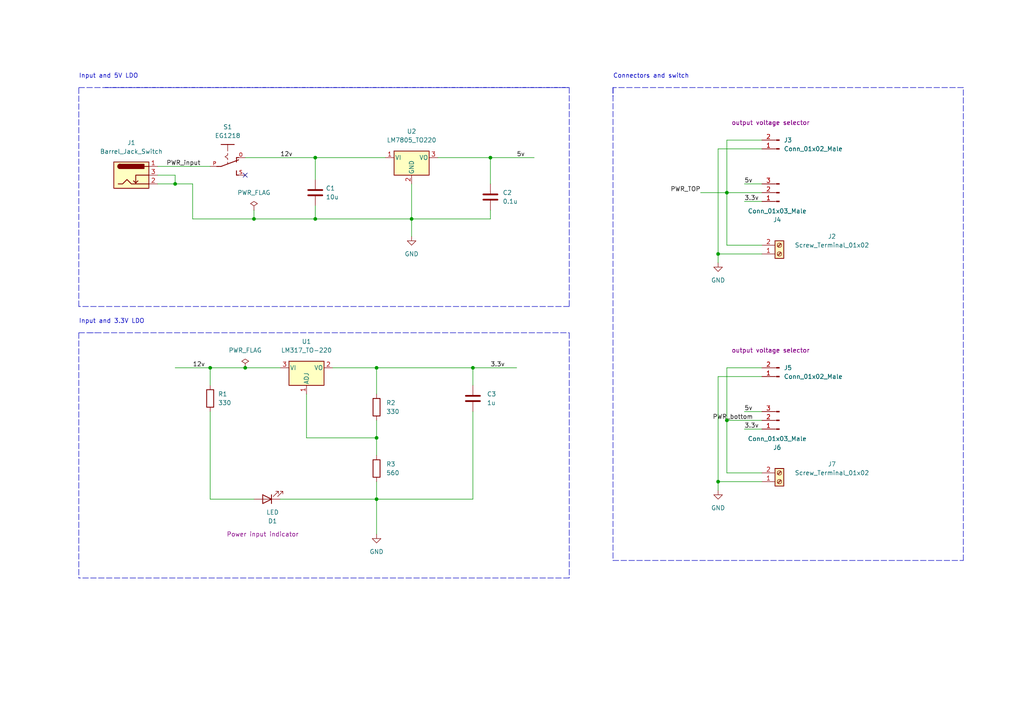
<source format=kicad_sch>
(kicad_sch (version 20211123) (generator eeschema)
  (paper "A4")
  (title_block (title "BreadBorad power supply ") (date "2022-05-31") (rev "1") (company "Amrith") (comment 1 "Learing KiCAD pro UDEMY course project"))
  (lib_symbols
    (symbol "Connector:Barrel_Jack_Switch" (pin_names hide)
      (property "Reference" "J" (at 0 5.334 0))
      (property "Value" "Barrel_Jack_Switch" (at 0 -5.08 0))
      (symbol "Barrel_Jack_Switch_0_1"
        (rectangle (start -5.08 3.81) (end 5.08 -3.81) (stroke (width 0.254)) (fill (type background)))
        (arc (start -3.302 3.175) (mid -3.937 2.54) (end -3.302 1.905) (stroke (width 0.254)))
        (arc (start -3.302 3.175) (mid -3.937 2.54) (end -3.302 1.905) (stroke (width 0.254)) (fill (type outline)))
        (polyline (pts (xy 1.27 -2.286) (xy 1.905 -1.651)) (stroke (width 0.254)))
        (polyline (pts (xy 5.08 2.54) (xy 3.81 2.54)) (stroke (width 0.254)))
        (polyline (pts (xy 5.08 0) (xy 1.27 0) (xy 1.27 -2.286) (xy 0.635 -1.651)) (stroke (width 0.254)))
        (polyline (pts (xy -3.81 -2.54) (xy -2.54 -2.54) (xy -1.27 -1.27) (xy 0 -2.54) (xy 2.54 -2.54) (xy 5.08 -2.54)) (stroke (width 0.254)))
        (rectangle (start 3.683 3.175) (end -3.302 1.905) (stroke (width 0.254)) (fill (type outline)))
      )
      (symbol "Barrel_Jack_Switch_1_1"
        (pin passive line (at 7.62 2.54 180) (length 2.54) (name "~") (number "1"))
        (pin passive line (at 7.62 -2.54 180) (length 2.54) (name "~") (number "2"))
        (pin passive line (at 7.62 0 180) (length 2.54) (name "~") (number "3"))
      )
    )
    (symbol "Connector:Conn_01x02_Male" (pin_names (offset 1.016) hide)
      (property "Reference" "J" (at 0 2.54 0))
      (property "Value" "Conn_01x02_Male" (at 0 -5.08 0))
      (symbol "Conn_01x02_Male_1_1"
        (polyline (pts (xy 1.27 -2.54) (xy 0.8636 -2.54)) (stroke (width 0.1524)))
        (polyline (pts (xy 1.27 0) (xy 0.8636 0)) (stroke (width 0.1524)))
        (rectangle (start 0.8636 -2.413) (end 0 -2.667) (stroke (width 0.1524)) (fill (type outline)))
        (rectangle (start 0.8636 0.127) (end 0 -0.127) (stroke (width 0.1524)) (fill (type outline)))
        (pin passive line (at 5.08 0 180) (length 3.81) (name "Pin_1") (number "1"))
        (pin passive line (at 5.08 -2.54 180) (length 3.81) (name "Pin_2") (number "2"))
      )
    )
    (symbol "Connector:Conn_01x03_Male" (pin_names (offset 1.016) hide)
      (property "Reference" "J" (at 0 5.08 0))
      (property "Value" "Conn_01x03_Male" (at 0 -5.08 0))
      (symbol "Conn_01x03_Male_1_1"
        (polyline (pts (xy 1.27 -2.54) (xy 0.8636 -2.54)) (stroke (width 0.1524)))
        (polyline (pts (xy 1.27 0) (xy 0.8636 0)) (stroke (width 0.1524)))
        (polyline (pts (xy 1.27 2.54) (xy 0.8636 2.54)) (stroke (width 0.1524)))
        (rectangle (start 0.8636 -2.413) (end 0 -2.667) (stroke (width 0.1524)) (fill (type outline)))
        (rectangle (start 0.8636 0.127) (end 0 -0.127) (stroke (width 0.1524)) (fill (type outline)))
        (rectangle (start 0.8636 2.667) (end 0 2.413) (stroke (width 0.1524)) (fill (type outline)))
        (pin passive line (at 5.08 2.54 180) (length 3.81) (name "Pin_1") (number "1"))
        (pin passive line (at 5.08 0 180) (length 3.81) (name "Pin_2") (number "2"))
        (pin passive line (at 5.08 -2.54 180) (length 3.81) (name "Pin_3") (number "3"))
      )
    )
    (symbol "Connector:Screw_Terminal_01x02" (pin_names (offset 1.016) hide)
      (property "Reference" "J" (at 0 2.54 0))
      (property "Value" "Screw_Terminal_01x02" (at 0 -5.08 0))
      (symbol "Screw_Terminal_01x02_1_1"
        (rectangle (start -1.27 1.27) (end 1.27 -3.81) (stroke (width 0.254)) (fill (type background)))
        (circle (center 0 -2.54) (radius 0.635) (stroke (width 0.1524)))
        (polyline (pts (xy -0.5334 -2.2098) (xy 0.3302 -3.048)) (stroke (width 0.1524)))
        (polyline (pts (xy -0.5334 0.3302) (xy 0.3302 -0.508)) (stroke (width 0.1524)))
        (polyline (pts (xy -0.3556 -2.032) (xy 0.508 -2.8702)) (stroke (width 0.1524)))
        (polyline (pts (xy -0.3556 0.508) (xy 0.508 -0.3302)) (stroke (width 0.1524)))
        (circle (center 0 0) (radius 0.635) (stroke (width 0.1524)))
        (pin passive line (at -5.08 0 0) (length 3.81) (name "Pin_1") (number "1"))
        (pin passive line (at -5.08 -2.54 0) (length 3.81) (name "Pin_2") (number "2"))
      )
    )
    (symbol "Device:C" (pin_numbers hide) (pin_names (offset 0.254))
      (property "Reference" "C" (at 0.635 2.54 0))
      (property "Value" "C" (at 0.635 -2.54 0))
      (symbol "C_0_1"
        (polyline (pts (xy -2.032 -0.762) (xy 2.032 -0.762)) (stroke (width 0.508)))
        (polyline (pts (xy -2.032 0.762) (xy 2.032 0.762)) (stroke (width 0.508)))
      )
      (symbol "C_1_1"
        (pin passive line (at 0 3.81 270) (length 2.794) (name "~") (number "1"))
        (pin passive line (at 0 -3.81 90) (length 2.794) (name "~") (number "2"))
      )
    )
    (symbol "Device:LED" (pin_numbers hide) (pin_names (offset 1.016) hide)
      (property "Reference" "D" (at 0 2.54 0))
      (property "Value" "LED" (at 0 -2.54 0))
      (symbol "LED_0_1"
        (polyline (pts (xy -1.27 -1.27) (xy -1.27 1.27)) (stroke (width 0.254)))
        (polyline (pts (xy -1.27 0) (xy 1.27 0)))
        (polyline (pts (xy 1.27 -1.27) (xy 1.27 1.27) (xy -1.27 0) (xy 1.27 -1.27)) (stroke (width 0.254)))
        (polyline (pts (xy -3.048 -0.762) (xy -4.572 -2.286) (xy -3.81 -2.286) (xy -4.572 -2.286) (xy -4.572 -1.524)))
        (polyline (pts (xy -1.778 -0.762) (xy -3.302 -2.286) (xy -2.54 -2.286) (xy -3.302 -2.286) (xy -3.302 -1.524)))
      )
      (symbol "LED_1_1"
        (pin passive line (at -3.81 0 0) (length 2.54) (name "K") (number "1"))
        (pin passive line (at 3.81 0 180) (length 2.54) (name "A") (number "2"))
      )
    )
    (symbol "Device:R" (pin_numbers hide) (pin_names (offset 0))
      (property "Reference" "R" (at 2.032 0 90))
      (property "Value" "R" (at 0 0 90))
      (symbol "R_0_1"
        (rectangle (start -1.016 -2.54) (end 1.016 2.54) (stroke (width 0.254)))
      )
      (symbol "R_1_1"
        (pin passive line (at 0 3.81 270) (length 1.27) (name "~") (number "1"))
        (pin passive line (at 0 -3.81 90) (length 1.27) (name "~") (number "2"))
      )
    )
    (symbol "EG1218:EG1218" (pin_names (offset 1.016) hide)
      (property "Reference" "S" (at -6.35 -1.905 90))
      (property "Value" "EG1218" (at -3.81 3.175 90))
      (symbol "EG1218_0_0"
        (polyline (pts (xy -3.81 0) (xy -3.81 -1.905)) (stroke (width 0.254)))
        (polyline (pts (xy -3.81 0) (xy -1.905 0)) (stroke (width 0.1524)))
        (polyline (pts (xy -3.81 1.905) (xy -3.81 0)) (stroke (width 0.254)))
        (polyline (pts (xy -1.27 0) (xy -0.762 0)) (stroke (width 0.1524)))
        (polyline (pts (xy -0.762 0) (xy -0.254 -0.762)) (stroke (width 0.1524)))
        (polyline (pts (xy -0.254 -0.762) (xy 0.254 0)) (stroke (width 0.1524)))
        (polyline (pts (xy 0 2.54) (xy 0 3.175)) (stroke (width 0.254)))
        (polyline (pts (xy 0 2.54) (xy 1.27 2.54)) (stroke (width 0.254)))
        (polyline (pts (xy 0.254 0) (xy 0.635 0)) (stroke (width 0.1524)))
        (polyline (pts (xy 1.27 0) (xy 1.905 0)) (stroke (width 0.1524)))
        (polyline (pts (xy 2.54 -3.175) (xy 2.54 -1.905)) (stroke (width 0.254)))
        (polyline (pts (xy 2.54 -1.905) (xy 0.635 3.175)) (stroke (width 0.254)))
        (polyline (pts (xy 3.81 2.54) (xy 5.08 2.54)) (stroke (width 0.254)))
        (polyline (pts (xy 5.08 2.54) (xy 5.08 3.175)) (stroke (width 0.254)))
        (pin passive line (at 0 5.08 270) (length 2.54) (name "~") (number "O"))
        (pin passive line (at 2.54 -5.08 90) (length 2.54) (name "~") (number "P"))
        (pin passive line (at 5.08 5.08 270) (length 2.54) (name "~") (number "S"))
      )
    )
    (symbol "Regulator_Linear:LM317_TO-220" (pin_names (offset 0.254))
      (property "Reference" "U" (at -3.81 3.175 0))
      (property "Value" "LM317_TO-220" (at 0 3.175 0))
      (symbol "LM317_TO-220_0_1"
        (rectangle (start -5.08 1.905) (end 5.08 -5.08) (stroke (width 0.254)) (fill (type background)))
      )
      (symbol "LM317_TO-220_1_1"
        (pin input line (at 0 -7.62 90) (length 2.54) (name "ADJ") (number "1"))
        (pin power_out line (at 7.62 0 180) (length 2.54) (name "VO") (number "2"))
        (pin power_in line (at -7.62 0 0) (length 2.54) (name "VI") (number "3"))
      )
    )
    (symbol "Regulator_Linear:LM7805_TO220" (pin_names (offset 0.254))
      (property "Reference" "U" (at -3.81 3.175 0))
      (property "Value" "LM7805_TO220" (at 0 3.175 0))
      (symbol "LM7805_TO220_0_1"
        (rectangle (start -5.08 1.905) (end 5.08 -5.08) (stroke (width 0.254)) (fill (type background)))
      )
      (symbol "LM7805_TO220_1_1"
        (pin power_in line (at -7.62 0 0) (length 2.54) (name "VI") (number "1"))
        (pin power_in line (at 0 -7.62 90) (length 2.54) (name "GND") (number "2"))
        (pin power_out line (at 7.62 0 180) (length 2.54) (name "VO") (number "3"))
      )
    )
    (symbol "power:GND" (power) (pin_names (offset 0))
      (property "Value" "GND" (at 0 -3.81 0))
      (symbol "GND_0_1"
        (polyline (pts (xy 0 0) (xy 0 -1.27) (xy 1.27 -1.27) (xy 0 -2.54) (xy -1.27 -1.27) (xy 0 -1.27)))
      )
      (symbol "GND_1_1"
        (pin power_in line (at 0 0 270) (length 0) hide (name "GND") (number "1"))
      )
    )
    (symbol "power:PWR_FLAG" (power) (pin_numbers hide) (pin_names (offset 0) hide)
      (property "Value" "PWR_FLAG" (at 0 3.81 0))
      (symbol "PWR_FLAG_0_0"
        (pin power_out line (at 0 0 90) (length 0) (name "pwr") (number "1"))
      )
      (symbol "PWR_FLAG_0_1"
        (polyline (pts (xy 0 0) (xy 0 1.27) (xy -1.016 1.905) (xy 0 2.54) (xy 1.016 1.905) (xy 0 1.27)))
      )
    )
  )
  (junction (at 142.24 45.72))
  (junction (at 137.16 106.68))
  (junction (at 208.28 139.7))
  (junction (at 60.96 106.68))
  (junction (at 119.38 63.5))
  (junction (at 73.66 63.5))
  (junction (at 71.12 106.68))
  (junction (at 109.22 127))
  (junction (at 109.22 144.78))
  (junction (at 208.28 73.66))
  (junction (at 109.22 106.68))
  (junction (at 50.8 53.34))
  (junction (at 210.82 55.88))
  (junction (at 91.44 45.72))
  (junction (at 91.44 63.5))
  (junction (at 210.82 121.92))
  (no_connect (at 71.12 50.8))
  (wire (pts (xy 73.66 63.5) (xy 91.44 63.5)))
  (wire (pts (xy 203.2 55.88) (xy 210.82 55.88)))
  (wire (pts (xy 81.28 144.78) (xy 109.22 144.78)))
  (wire (pts (xy 50.8 50.8) (xy 50.8 53.34)))
  (wire (pts (xy 220.98 40.64) (xy 210.82 40.64)))
  (polyline (pts (xy 165.1 96.52) (xy 165.1 167.64)))
  (wire (pts (xy 109.22 144.78) (xy 137.16 144.78)))
  (wire (pts (xy 71.12 106.68) (xy 81.28 106.68)))
  (wire (pts (xy 142.24 45.72) (xy 142.24 53.34)))
  (wire (pts (xy 73.66 60.96) (xy 73.66 63.5)))
  (wire (pts (xy 45.72 53.34) (xy 50.8 53.34)))
  (wire (pts (xy 210.82 121.92) (xy 210.82 137.16)))
  (wire (pts (xy 215.9 58.42) (xy 220.98 58.42)))
  (polyline (pts (xy 22.86 96.52) (xy 27.94 96.52)))
  (wire (pts (xy 50.8 53.34) (xy 55.88 53.34)))
  (polyline (pts (xy 22.86 88.9) (xy 22.86 25.4)))
  (wire (pts (xy 215.9 124.46) (xy 220.98 124.46)))
  (polyline (pts (xy 165.1 25.4) (xy 165.1 88.9)))
  (wire (pts (xy 55.88 53.34) (xy 55.88 63.5)))
  (wire (pts (xy 109.22 144.78) (xy 109.22 154.94)))
  (wire (pts (xy 220.98 106.68) (xy 210.82 106.68)))
  (wire (pts (xy 215.9 53.34) (xy 220.98 53.34)))
  (wire (pts (xy 220.98 139.7) (xy 208.28 139.7)))
  (wire (pts (xy 109.22 121.92) (xy 109.22 127)))
  (wire (pts (xy 60.96 106.68) (xy 71.12 106.68)))
  (wire (pts (xy 142.24 45.72) (xy 154.94 45.72)))
  (polyline (pts (xy 279.4 162.56) (xy 279.4 25.4)))
  (wire (pts (xy 50.8 106.68) (xy 60.96 106.68)))
  (polyline (pts (xy 165.1 88.9) (xy 22.86 88.9)))
  (wire (pts (xy 208.28 73.66) (xy 208.28 76.2)))
  (wire (pts (xy 45.72 48.26) (xy 60.96 48.26)))
  (wire (pts (xy 119.38 63.5) (xy 119.38 68.58)))
  (wire (pts (xy 91.44 45.72) (xy 91.44 52.07)))
  (polyline (pts (xy 30.48 25.4) (xy 165.1 25.4)))
  (wire (pts (xy 215.9 119.38) (xy 220.98 119.38)))
  (wire (pts (xy 91.44 45.72) (xy 111.76 45.72)))
  (wire (pts (xy 220.98 43.18) (xy 208.28 43.18)))
  (wire (pts (xy 119.38 53.34) (xy 119.38 63.5)))
  (polyline (pts (xy 177.8 162.56) (xy 279.4 162.56)))
  (wire (pts (xy 210.82 40.64) (xy 210.82 55.88)))
  (wire (pts (xy 210.82 137.16) (xy 220.98 137.16)))
  (wire (pts (xy 60.96 106.68) (xy 60.96 111.76)))
  (wire (pts (xy 142.24 63.5) (xy 119.38 63.5)))
  (wire (pts (xy 55.88 63.5) (xy 73.66 63.5)))
  (wire (pts (xy 96.52 106.68) (xy 109.22 106.68)))
  (wire (pts (xy 142.24 60.96) (xy 142.24 63.5)))
  (wire (pts (xy 88.9 114.3) (xy 88.9 127)))
  (polyline (pts (xy 279.4 25.4) (xy 177.8 25.4)))
  (polyline (pts (xy 25.4 96.52) (xy 165.1 96.52)))
  (wire (pts (xy 137.16 106.68) (xy 149.86 106.68)))
  (wire (pts (xy 210.82 55.88) (xy 220.98 55.88)))
  (wire (pts (xy 210.82 121.92) (xy 220.98 121.92)))
  (wire (pts (xy 109.22 106.68) (xy 109.22 114.3)))
  (wire (pts (xy 210.82 71.12) (xy 220.98 71.12)))
  (wire (pts (xy 91.44 59.69) (xy 91.44 63.5)))
  (wire (pts (xy 220.98 109.22) (xy 208.28 109.22)))
  (wire (pts (xy 109.22 127) (xy 109.22 132.08)))
  (wire (pts (xy 88.9 127) (xy 109.22 127)))
  (wire (pts (xy 91.44 63.5) (xy 119.38 63.5)))
  (wire (pts (xy 60.96 144.78) (xy 60.96 119.38)))
  (wire (pts (xy 137.16 106.68) (xy 137.16 111.76)))
  (polyline (pts (xy 22.86 96.52) (xy 22.86 167.64)))
  (polyline (pts (xy 22.86 25.4) (xy 165.1 25.4)))
  (polyline (pts (xy 165.1 167.64) (xy 22.86 167.64)))
  (polyline (pts (xy 177.8 25.4) (xy 177.8 162.56)))
  (wire (pts (xy 208.28 43.18) (xy 208.28 73.66)))
  (polyline (pts (xy 177.8 25.4) (xy 177.8 27.94)))
  (wire (pts (xy 71.12 45.72) (xy 91.44 45.72)))
  (wire (pts (xy 137.16 144.78) (xy 137.16 119.38)))
  (wire (pts (xy 142.24 45.72) (xy 127 45.72)))
  (wire (pts (xy 208.28 139.7) (xy 208.28 142.24)))
  (wire (pts (xy 109.22 106.68) (xy 137.16 106.68)))
  (wire (pts (xy 220.98 73.66) (xy 208.28 73.66)))
  (wire (pts (xy 210.82 55.88) (xy 210.82 71.12)))
  (wire (pts (xy 109.22 144.78) (xy 109.22 139.7)))
  (wire (pts (xy 210.82 106.68) (xy 210.82 121.92)))
  (wire (pts (xy 60.96 144.78) (xy 73.66 144.78)))
  (wire (pts (xy 208.28 109.22) (xy 208.28 139.7)))
  (wire (pts (xy 45.72 50.8) (xy 50.8 50.8)))
  (text "Input and 3.3V LDO" (at 22.86 93.98 0) (effects (font (size 1.27 1.27)) (justify left bottom)))
  (text "Connectors and switch" (at 177.8 22.86 0) (effects (font (size 1.27 1.27)) (justify left bottom)))
  (text "Input and 5V LDO" (at 22.86 22.86 0) (effects (font (size 1.27 1.27)) (justify left bottom)))
  (label "3.3v" (at 215.9 124.46 0))
  (label "5v" (at 149.86 45.72 0))
  (label "12v" (at 55.88 106.68 0))
  (label "PWR_bottom" (at 218.44 121.92 180))
  (label "12v" (at 81.28 45.72 0))
  (label "PWR_TOP" (at 203.2 55.88 180))
  (label "3.3v" (at 142.24 106.68 0))
  (label "5v" (at 215.9 119.38 0))
  (label "5v" (at 215.9 53.34 0))
  (label "3.3v" (at 215.9 58.42 0))
  (label "PWR_input" (at 48.26 48.26 0))
  (symbol (lib_id "power:GND") (at 208.28 142.24 0) (unit 1)
    (property "Reference" "#PWR04" (effects hide))
    (property "Value" "GND" (at 208.28 147.32 0))
  )
  (symbol (lib_id "Connector:Screw_Terminal_01x02") (at 226.06 139.7 0) (mirror x) (unit 1)
    (property "Reference" "J7" (at 241.3 134.62 0))
    (property "Value" "Screw_Terminal_01x02" (at 241.3 137.16 0))
    (property "Footprint" "TerminalBlock:TerminalBlock_bornier-2_P5.08mm" (effects hide))
  )
  (symbol (lib_id "Connector:Conn_01x02_Male") (at 226.06 109.22 180) (unit 1)
    (property "Reference" "J5" (at 227.33 106.6799 0) (effects (justify right)))
    (property "Value" "Conn_01x02_Male" (at 227.33 109.2199 0) (effects (justify right)))
    (property "Footprint" "Connector_PinHeader_2.54mm:PinHeader_1x02_P2.54mm_Vertical" (effects hide))
  )
  (symbol (lib_id "Device:C") (at 137.16 115.57 180) (unit 1)
    (property "Reference" "C3" (at 141.224 114.2999 0) (effects (justify right)))
    (property "Value" "1u" (at 141.224 116.8399 0) (effects (justify right)))
    (property "Footprint" "Capacitor_THT:C_Disc_D3.0mm_W1.6mm_P2.50mm" (effects hide))
  )
  (symbol (lib_id "Device:C") (at 142.24 57.15 0) (unit 1)
    (property "Reference" "C2" (at 145.796 55.8799 0) (effects (justify left)))
    (property "Value" "0.1u" (at 145.796 58.4199 0) (effects (justify left)))
    (property "Footprint" "Capacitor_THT:C_Disc_D3.0mm_W1.6mm_P2.50mm" (effects hide))
  )
  (symbol (lib_id "Regulator_Linear:LM317_TO-220") (at 88.9 106.68 0) (unit 1)
    (property "Reference" "U1" (at 88.9 99.06 0))
    (property "Value" "LM317_TO-220" (at 88.9 101.6 0))
    (property "Footprint" "Package_TO_SOT_THT:TO-220-3_Vertical" (effects hide))
    (property "Datasheet" "http://www.ti.com/lit/ds/symlink/lm317.pdf" (effects hide))
  )
  (symbol (lib_id "Connector:Screw_Terminal_01x02") (at 226.06 73.66 0) (mirror x) (unit 1)
    (property "Reference" "J2" (at 241.3 68.58 0))
    (property "Value" "Screw_Terminal_01x02" (at 241.3 71.12 0))
    (property "Footprint" "TerminalBlock:TerminalBlock_bornier-2_P5.08mm" (effects hide))
  )
  (symbol (lib_id "Connector:Barrel_Jack_Switch") (at 38.1 50.8 0) (unit 1)
    (property "Reference" "J1" (at 38.1 41.402 0))
    (property "Value" "Barrel_Jack_Switch" (at 38.1 43.942 0))
    (property "Footprint" "Connector_BarrelJack:BarrelJack_Horizontal" (effects hide))
  )
  (symbol (lib_id "Device:R") (at 109.22 135.89 180) (unit 1)
    (property "Reference" "R3" (at 112.014 134.6199 0) (effects (justify right)))
    (property "Value" "560" (at 112.014 137.1599 0) (effects (justify right)))
    (property "Footprint" "Resistor_THT:R_Axial_DIN0204_L3.6mm_D1.6mm_P7.62mm_Horizontal" (effects hide))
  )
  (symbol (lib_id "Connector:Conn_01x03_Male") (at 226.06 121.92 180) (unit 1)
    (property "Reference" "J6" (at 225.425 129.794 0))
    (property "Value" "Conn_01x03_Male" (at 225.425 127.254 0))
    (property "Footprint" "Connector_PinHeader_2.54mm:PinHeader_1x03_P2.54mm_Vertical" (effects hide))
    (property "use" "output voltage selector" (at 223.52 101.6 0))
  )
  (symbol (lib_id "power:GND") (at 109.22 154.94 0) (unit 1)
    (property "Reference" "#PWR02" (effects hide))
    (property "Value" "GND" (at 109.22 160.02 0))
  )
  (symbol (lib_id "EG1218:EG1218") (at 66.04 45.72 270) (unit 1)
    (property "Reference" "S1" (at 66.04 36.83 90))
    (property "Value" "EG1218" (at 66.04 39.37 90))
    (property "Footprint" "EG1218" (effects hide))
  )
  (symbol (lib_id "power:PWR_FLAG") (at 71.12 106.68 0) (unit 1)
    (property "Reference" "#FLG0101" (effects hide))
    (property "Value" "PWR_FLAG" (at 71.12 101.6 0))
  )
  (symbol (lib_id "Regulator_Linear:LM7805_TO220") (at 119.38 45.72 0) (unit 1)
    (property "Reference" "U2" (at 119.38 38.1 0))
    (property "Value" "LM7805_TO220" (at 119.38 40.64 0))
    (property "Footprint" "Package_TO_SOT_THT:TO-220-3_Vertical" (effects hide))
    (property "Datasheet" "https://www.onsemi.cn/PowerSolutions/document/MC7800-D.PDF" (effects hide))
  )
  (symbol (lib_id "Connector:Conn_01x03_Male") (at 226.06 55.88 180) (unit 1)
    (property "Reference" "J4" (at 225.425 63.754 0))
    (property "Value" "Conn_01x03_Male" (at 225.425 61.214 0))
    (property "Footprint" "Connector_PinHeader_2.54mm:PinHeader_1x03_P2.54mm_Vertical" (effects hide))
    (property "use" "output voltage selector" (at 223.52 35.56 0))
  )
  (symbol (lib_id "power:PWR_FLAG") (at 73.66 60.96 0) (unit 1)
    (property "Reference" "#FLG01" (effects hide))
    (property "Value" "PWR_FLAG" (at 73.66 55.88 0))
  )
  (symbol (lib_id "power:GND") (at 208.28 76.2 0) (unit 1)
    (property "Reference" "#PWR03" (effects hide))
    (property "Value" "GND" (at 208.28 81.28 0))
  )
  (symbol (lib_id "Device:C") (at 91.44 55.88 0) (unit 1)
    (property "Reference" "C1" (at 94.488 54.6099 0) (effects (justify left)))
    (property "Value" "10u" (at 94.488 57.1499 0) (effects (justify left)))
    (property "Footprint" "Capacitor_THT:C_Disc_D3.0mm_W1.6mm_P2.50mm" (effects hide))
  )
  (symbol (lib_id "power:GND") (at 119.38 68.58 0) (unit 1)
    (property "Reference" "#PWR01" (effects hide))
    (property "Value" "GND" (at 119.38 73.66 0))
  )
  (symbol (lib_id "Device:R") (at 109.22 118.11 180) (unit 1)
    (property "Reference" "R2" (at 112.014 116.8399 0) (effects (justify right)))
    (property "Value" "330" (at 112.014 119.3799 0) (effects (justify right)))
    (property "Footprint" "Resistor_THT:R_Axial_DIN0204_L3.6mm_D1.6mm_P7.62mm_Horizontal" (effects hide))
  )
  (symbol (lib_id "Device:R") (at 60.96 115.57 0) (unit 1)
    (property "Reference" "R1" (at 63.246 114.2999 0) (effects (justify left)))
    (property "Value" "330" (at 63.246 116.8399 0) (effects (justify left)))
    (property "Footprint" "Resistor_THT:R_Axial_DIN0204_L3.6mm_D1.6mm_P7.62mm_Horizontal" (effects hide))
  )
  (symbol (lib_id "Connector:Conn_01x02_Male") (at 226.06 43.18 180) (unit 1)
    (property "Reference" "J3" (at 227.33 40.6399 0) (effects (justify right)))
    (property "Value" "Conn_01x02_Male" (at 227.33 43.1799 0) (effects (justify right)))
    (property "Footprint" "Connector_PinHeader_2.54mm:PinHeader_1x02_P2.54mm_Vertical" (effects hide))
  )
  (symbol (lib_id "Device:LED") (at 77.47 144.78 180) (unit 1)
    (property "Reference" "D1" (at 79.0575 151.13 0))
    (property "Value" "LED" (at 79.0575 148.59 0))
    (property "Footprint" "LED_THT:LED_D5.0mm" (effects hide))
    (property "use" "Power input indicator" (at 76.2 154.94 0))
  )
)
</source>
